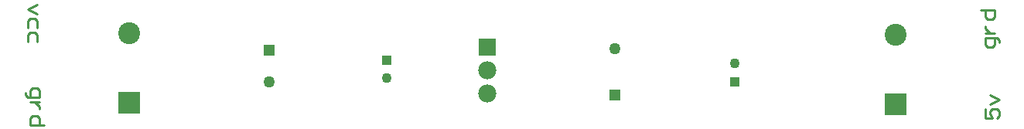
<source format=gtl>
G04*
G04 #@! TF.GenerationSoftware,Altium Limited,Altium Designer,23.1.1 (15)*
G04*
G04 Layer_Physical_Order=1*
G04 Layer_Color=255*
%FSLAX44Y44*%
%MOMM*%
G71*
G04*
G04 #@! TF.SameCoordinates,47C0FF0B-948B-4EB8-BC40-2B290CA5D41B*
G04*
G04*
G04 #@! TF.FilePolarity,Positive*
G04*
G01*
G75*
%ADD12C,0.2540*%
%ADD21R,2.4000X2.4000*%
%ADD22C,2.4000*%
%ADD23R,1.9800X1.9800*%
%ADD24C,1.9800*%
%ADD25R,1.2750X1.2750*%
%ADD26C,1.2750*%
%ADD27R,1.1000X1.1000*%
%ADD28C,1.1000*%
D12*
X1069345Y-187963D02*
Y-198120D01*
X1076963D01*
X1074423Y-193042D01*
Y-190502D01*
X1076963Y-187963D01*
X1082041D01*
X1084580Y-190502D01*
Y-195581D01*
X1082041Y-198120D01*
X1074423Y-182885D02*
X1084580Y-177807D01*
X1074423Y-172728D01*
X1084580Y-115572D02*
Y-113033D01*
X1082041Y-110493D01*
X1069345D01*
Y-118111D01*
X1071884Y-120650D01*
X1076963D01*
X1079502Y-118111D01*
Y-110493D01*
X1069345Y-105415D02*
X1079502D01*
X1074423D01*
X1071884Y-102876D01*
X1069345Y-100337D01*
Y-97797D01*
X1064267Y-80023D02*
X1079502D01*
Y-87641D01*
X1076963Y-90180D01*
X1071884D01*
X1069345Y-87641D01*
Y-80023D01*
X19050Y-170178D02*
Y-172717D01*
X21589Y-175257D01*
X34285D01*
Y-167639D01*
X31746Y-165100D01*
X26667D01*
X24128Y-167639D01*
Y-175257D01*
X34285Y-180335D02*
X24128D01*
X29207D01*
X31746Y-182874D01*
X34285Y-185413D01*
Y-187953D01*
X39363Y-205727D02*
X24128D01*
Y-198109D01*
X26667Y-195570D01*
X31746D01*
X34285Y-198109D01*
Y-205727D01*
X31747Y-73660D02*
X21590Y-78738D01*
X31747Y-83817D01*
Y-99052D02*
Y-91434D01*
X29207Y-88895D01*
X24129D01*
X21590Y-91434D01*
Y-99052D01*
X31747Y-114287D02*
Y-106669D01*
X29207Y-104130D01*
X24129D01*
X21590Y-106669D01*
Y-114287D01*
D21*
X132080Y-181610D02*
D03*
X971550Y-182880D02*
D03*
D22*
X132080Y-105410D02*
D03*
X971550Y-106680D02*
D03*
D23*
X524510Y-120650D02*
D03*
D24*
Y-146150D02*
D03*
Y-171650D02*
D03*
D25*
X664210Y-172720D02*
D03*
X285750Y-123750D02*
D03*
D26*
X664210Y-122720D02*
D03*
X285750Y-158750D02*
D03*
D27*
X795020D02*
D03*
X414020Y-134620D02*
D03*
D28*
X795020Y-138750D02*
D03*
X414020Y-154620D02*
D03*
M02*

</source>
